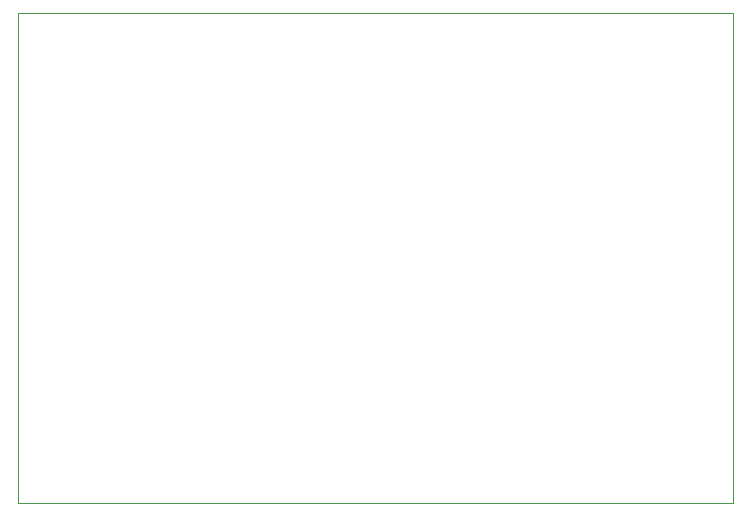
<source format=gm1>
G04*
G04 #@! TF.GenerationSoftware,Altium Limited,Altium Designer,20.1.12 (249)*
G04*
G04 Layer_Color=16711935*
%FSLAX44Y44*%
%MOMM*%
G71*
G04*
G04 #@! TF.SameCoordinates,2C1882C9-CBDB-4859-8E7C-5A4850A28F2A*
G04*
G04*
G04 #@! TF.FilePolarity,Positive*
G04*
G01*
G75*
%ADD74C,0.1000*%
D74*
X605000Y415000D02*
X605000Y0D01*
X-0Y415000D02*
X605000D01*
X-0D02*
X0Y0D01*
X605000D01*
M02*

</source>
